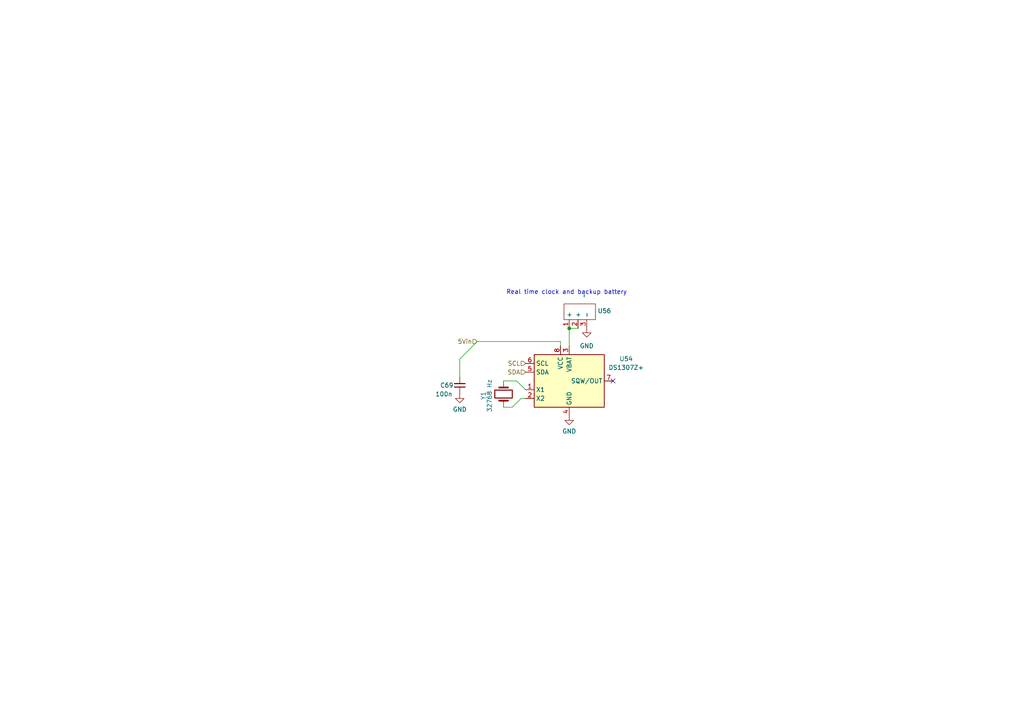
<source format=kicad_sch>
(kicad_sch (version 20250114) (generator "eeschema") (generator_version "9.0")
  (paper "A4")
  (title_block (title "QNOB") (date "2025-04-17") (rev "0.5") (company "12M Design") (comment 1 "Alper Basaran"))
  (lib_symbols
    (symbol "Device:C_Small" (pin_numbers (hide yes)) (pin_names (offset 0.254) (hide yes))
      (property "Reference" "C" (at 0.254 1.778 0))
      (property "Value" "C_Small" (at 0.254 -2.032 0))
      (symbol "C_Small_0_1"
        (polyline (pts (xy -1.524 0.508) (xy 1.524 0.508)) (stroke (width 0.3048)))
        (polyline (pts (xy -1.524 -0.508) (xy 1.524 -0.508)) (stroke (width 0.3302)))
      )
      (symbol "C_Small_1_1"
        (pin passive line (at 0 2.54 270) (length 2.032) (name "~") (number "1"))
        (pin passive line (at 0 -2.54 90) (length 2.032) (name "~") (number "2"))
      )
    )
    (symbol "Device:Crystal" (pin_numbers (hide yes)) (pin_names (offset 1.016) (hide yes))
      (property "Reference" "Y" (at 0 3.81 0))
      (property "Value" "Crystal" (at 0 -3.81 0))
      (symbol "Crystal_0_1"
        (polyline (pts (xy -2.54 0) (xy -1.905 0)))
        (polyline (pts (xy -1.905 -1.27) (xy -1.905 1.27)) (stroke (width 0.508)))
        (rectangle (start -1.143 2.54) (end 1.143 -2.54) (stroke (width 0.3048)))
        (polyline (pts (xy 1.905 -1.27) (xy 1.905 1.27)) (stroke (width 0.508)))
        (polyline (pts (xy 2.54 0) (xy 1.905 0)))
      )
      (symbol "Crystal_1_1"
        (pin passive line (at -3.81 0 0) (length 1.27) (name "1") (number "1"))
        (pin passive line (at 3.81 0 180) (length 1.27) (name "2") (number "2"))
      )
    )
    (symbol "Timer_RTC:DS1307Z+"
      (property "Reference" "U" (at -8.89 8.89 0))
      (property "Value" "DS1307Z+" (at 1.27 8.89 0))
      (symbol "DS1307Z+_0_1"
        (rectangle (start -10.16 7.62) (end 10.16 -7.62) (stroke (width 0.254)) (fill (type background)))
      )
      (symbol "DS1307Z+_1_1"
        (pin input line (at -12.7 5.08 0) (length 2.54) (name "SCL") (number "6"))
        (pin bidirectional line (at -12.7 2.54 0) (length 2.54) (name "SDA") (number "5"))
        (pin input line (at -12.7 -2.54 0) (length 2.54) (name "X1") (number "1"))
        (pin input line (at -12.7 -5.08 0) (length 2.54) (name "X2") (number "2"))
        (pin power_in line (at -2.54 10.16 270) (length 2.54) (name "VCC") (number "8"))
        (pin power_in line (at 0 10.16 270) (length 2.54) (name "VBAT") (number "3"))
        (pin power_in line (at 0 -10.16 90) (length 2.54) (name "GND") (number "4"))
        (pin open_collector line (at 12.7 0 180) (length 2.54) (name "SQW/OUT") (number "7"))
      )
    )
    (symbol "battery_holders:1225_SMD"
      (property "Reference" "U" (at -1.27 3.81 0))
      (symbol "1225_SMD_0_1"
        (rectangle (start -2.54 2.794) (end 2.032 -6.35))
      )
      (symbol "1225_SMD_1_1"
        (pin power_in line (at -5.08 1.27 0) (length 2.54) (name "+") (number "1"))
        (pin power_in line (at -5.08 -1.27 0) (length 2.54) (name "+") (number "2"))
        (pin power_out line (at -5.08 -3.81 0) (length 2.54) (name "-") (number "3"))
      )
    )
    (symbol "power:GND" (power) (pin_numbers (hide yes)) (pin_names (offset 0) (hide yes))
      (property "Value" "GND" (at 0 -3.81 0))
      (symbol "GND_0_1"
        (polyline (pts (xy 0 0) (xy 0 -1.27) (xy 1.27 -1.27) (xy 0 -2.54) (xy -1.27 -1.27) (xy 0 -1.27)))
      )
      (symbol "GND_1_1"
        (pin power_in line (at 0 0 270) (length 0) (name "~") (number "1"))
      )
    )
  )
  (text "Real time clock and backup battery" (at 164.338 84.836 0) (effects (font (size 1.27 1.27))))
  (junction (at 165.1 95.25))
  (no_connect (at 177.8 110.49))
  (wire (pts (xy 165.1 95.25) (xy 167.64 95.25)))
  (wire (pts (xy 148.59 118.11) (xy 151.13 115.57)))
  (wire (pts (xy 162.56 100.33) (xy 162.56 99.06)))
  (wire (pts (xy 146.05 118.11) (xy 148.59 118.11)))
  (wire (pts (xy 162.56 99.06) (xy 138.43 99.06)))
  (wire (pts (xy 151.13 115.57) (xy 152.4 115.57)))
  (wire (pts (xy 152.4 113.03) (xy 149.86 110.49)))
  (wire (pts (xy 133.35 104.14) (xy 133.35 109.22)))
  (wire (pts (xy 138.43 99.06) (xy 133.35 104.14)))
  (wire (pts (xy 165.1 95.25) (xy 165.1 100.33)))
  (wire (pts (xy 146.05 110.49) (xy 149.86 110.49)))
  (hierarchical_label "5Vin" (shape input) (at 138.43 99.06 180))
  (hierarchical_label "SCL" (shape input) (at 152.4 105.41 180))
  (hierarchical_label "SDA" (shape input) (at 152.4 107.95 180))
  (symbol (lib_id "power:GND") (at 165.1 120.65 0) (unit 1)
    (property "Reference" "#PWR065" (effects (hide yes)))
    (property "Value" "GND" (at 165.1 125.095 0))
  )
  (symbol (lib_id "Device:C_Small") (at 133.35 111.76 180) (unit 1)
    (property "Reference" "C69" (at 127.635 111.76 0) (effects (justify right)))
    (property "Value" "100n" (at 126.238 114.3 0) (effects (justify right)))
    (property "Footprint" "Capacitor_SMD:C_0603_1608Metric_Pad1.08x0.95mm_HandSolder" (effects (hide yes)))
    (property "Description" "Unpolarized capacitor, small symbol" (effects (hide yes)))
  )
  (symbol (lib_id "battery_holders:1225_SMD") (at 166.37 90.17 90) (unit 1)
    (property "Reference" "U56" (at 177.292 90.17 90) (effects (justify left)))
    (property "Value" "~" (at 169.418 86.36 0) (effects (justify left)))
    (property "Footprint" "custom:battery_holder_1225_SMD" (effects (hide yes)))
  )
  (symbol (lib_id "power:GND") (at 133.35 114.3 0) (unit 1)
    (property "Reference" "#PWR068" (effects (hide yes)))
    (property "Value" "GND" (at 133.35 118.745 0))
  )
  (symbol (lib_id "Device:Crystal") (at 146.05 114.3 90) (unit 1)
    (property "Reference" "Y1" (at 140.208 113.538 0) (effects (justify right)))
    (property "Value" "32768 Hz" (at 141.986 109.982 0) (effects (justify right)))
    (property "Footprint" "custom_crystal:XTAL_FC-135_EPS" (effects (hide yes)))
    (property "Description" "Two pin crystal" (effects (hide yes)))
  )
  (symbol (lib_id "power:GND") (at 170.18 95.25 0) (unit 1)
    (property "Reference" "#PWR067" (effects (hide yes)))
    (property "Value" "GND" (at 170.18 100.33 0))
    (property "Description" "Power symbol creates a global label with name \"GND\" , ground" (effects (hide yes)))
  )
  (symbol (lib_id "Timer_RTC:DS1307Z+") (at 165.1 110.49 0) (unit 1)
    (property "Reference" "U54" (at 181.61 104.0698 0))
    (property "Value" "DS1307Z+" (at 181.61 106.6098 0))
    (property "Footprint" "Package_SO:SOIC-8_3.9x4.9mm_P1.27mm" (effects (hide yes)))
    (property "Datasheet" "https://datasheets.maximintegrated.com/en/ds/DS1307.pdf" (effects (hide yes)))
    (property "Description" "64 x 8, Serial, I2C Real-time clock, 4.5V to 5.5V VCC, 0°C to +70°C, SOIC-8" (effects (hide yes)))
  )
)
</source>
